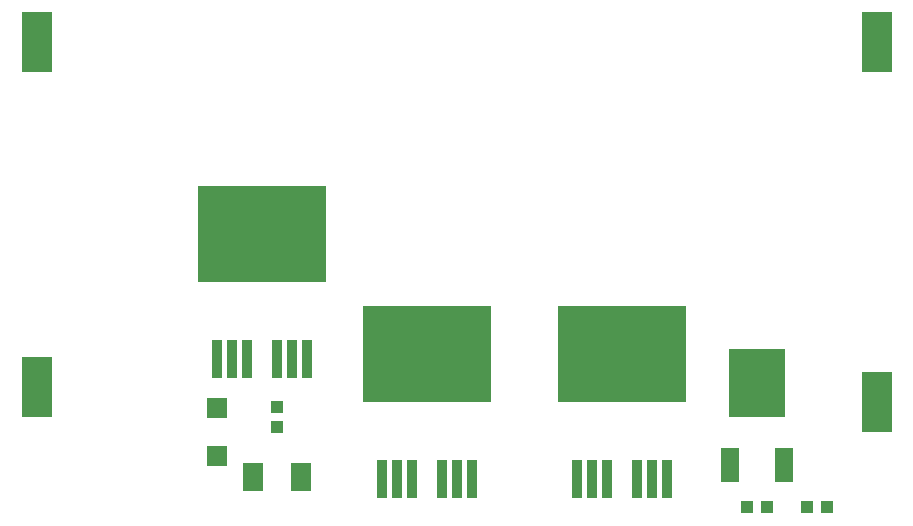
<source format=gtp>
G75*
%MOIN*%
%OFA0B0*%
%FSLAX25Y25*%
%IPPOS*%
%LPD*%
%AMOC8*
5,1,8,0,0,1.08239X$1,22.5*
%
%ADD10R,0.03543X0.12598*%
%ADD11R,0.42520X0.32087*%
%ADD12R,0.04331X0.03937*%
%ADD13R,0.03937X0.04331*%
%ADD14R,0.07087X0.09449*%
%ADD15R,0.06299X0.11811*%
%ADD16R,0.19000X0.22500*%
%ADD17R,0.06693X0.07087*%
%ADD18R,0.10000X0.20000*%
D10*
X0071500Y0059340D03*
X0076500Y0059340D03*
X0081500Y0059340D03*
X0091500Y0059340D03*
X0096500Y0059340D03*
X0101500Y0059340D03*
X0126500Y0019340D03*
X0131500Y0019340D03*
X0136500Y0019340D03*
X0146500Y0019340D03*
X0151500Y0019340D03*
X0156500Y0019340D03*
X0191500Y0019340D03*
X0196500Y0019340D03*
X0201500Y0019340D03*
X0211500Y0019340D03*
X0216500Y0019340D03*
X0221500Y0019340D03*
D11*
X0206500Y0061308D03*
X0141500Y0061308D03*
X0086500Y0101308D03*
D12*
X0091500Y0043513D03*
X0091500Y0036820D03*
D13*
X0248154Y0010167D03*
X0254846Y0010167D03*
X0268154Y0010167D03*
X0274846Y0010167D03*
D14*
X0099472Y0020167D03*
X0083528Y0020167D03*
D15*
X0242524Y0024261D03*
X0260476Y0024261D03*
D16*
X0251500Y0051419D03*
D17*
X0071500Y0027096D03*
X0071500Y0043238D03*
D18*
X0011500Y0050167D03*
X0011500Y0165167D03*
X0291500Y0165167D03*
X0291500Y0045167D03*
M02*

</source>
